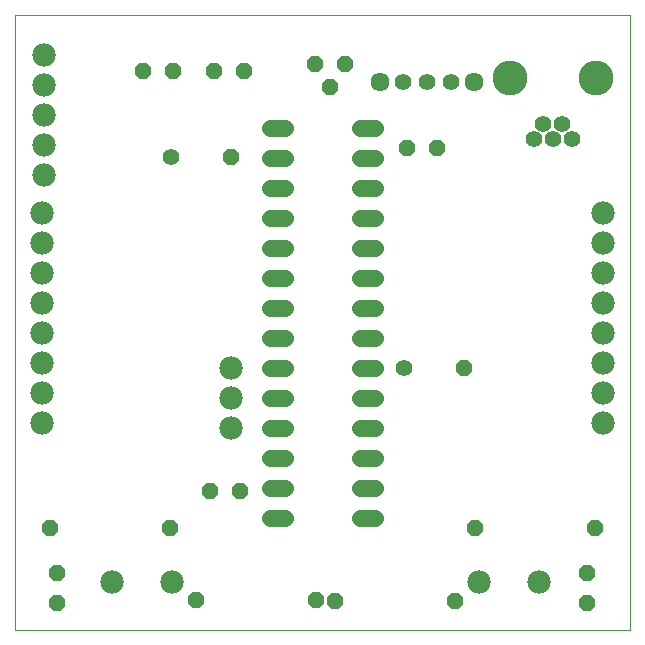
<source format=gbs>
G75*
%MOIN*%
%OFA0B0*%
%FSLAX25Y25*%
%IPPOS*%
%LPD*%
%AMOC8*
5,1,8,0,0,1.08239X$1,22.5*
%
%ADD10C,0.00000*%
%ADD11OC8,0.05600*%
%ADD12C,0.05600*%
%ADD13C,0.07800*%
%ADD14C,0.05550*%
%ADD15C,0.11620*%
%ADD16C,0.05600*%
%ADD17C,0.06337*%
D10*
X0001800Y0001800D02*
X0001800Y0206524D01*
X0206524Y0206524D01*
X0206524Y0001800D01*
X0001800Y0001800D01*
D11*
X0015737Y0010737D03*
X0015737Y0020737D03*
X0013312Y0035737D03*
X0053312Y0035737D03*
X0066839Y0048178D03*
X0076839Y0048178D03*
X0062028Y0011682D03*
X0102028Y0011682D03*
X0108328Y0011383D03*
X0148328Y0011383D03*
X0154847Y0035737D03*
X0192288Y0020737D03*
X0192288Y0010737D03*
X0194847Y0035737D03*
X0151209Y0089083D03*
X0142391Y0162351D03*
X0132391Y0162351D03*
X0106831Y0182796D03*
X0101831Y0190296D03*
X0111831Y0190296D03*
X0078146Y0187910D03*
X0068146Y0187910D03*
X0054391Y0187910D03*
X0044391Y0187910D03*
X0073611Y0159280D03*
D12*
X0053611Y0159280D03*
X0131209Y0089083D03*
D13*
X0073650Y0089123D03*
X0073650Y0079123D03*
X0073650Y0069123D03*
X0054091Y0017737D03*
X0034091Y0017737D03*
X0010737Y0070737D03*
X0010737Y0080737D03*
X0010737Y0090737D03*
X0010737Y0100737D03*
X0010737Y0110737D03*
X0010737Y0120737D03*
X0010737Y0130737D03*
X0010737Y0140737D03*
X0011194Y0153493D03*
X0011194Y0163493D03*
X0011194Y0173493D03*
X0011194Y0183493D03*
X0011194Y0193493D03*
X0156343Y0017737D03*
X0176343Y0017737D03*
X0197737Y0070737D03*
X0197737Y0080737D03*
X0197737Y0090737D03*
X0197737Y0100737D03*
X0197737Y0110737D03*
X0197737Y0120737D03*
X0197737Y0130737D03*
X0197737Y0140737D03*
D14*
X0187272Y0165501D03*
X0184123Y0170225D03*
X0180973Y0165501D03*
X0177824Y0170225D03*
X0174674Y0165501D03*
X0146926Y0184477D03*
X0139052Y0184477D03*
X0131178Y0184477D03*
D15*
X0166603Y0185580D03*
X0195343Y0185580D03*
D16*
X0121762Y0169162D02*
X0116562Y0169162D01*
X0116562Y0159162D02*
X0121762Y0159162D01*
X0121762Y0149162D02*
X0116562Y0149162D01*
X0116562Y0139162D02*
X0121762Y0139162D01*
X0121762Y0129162D02*
X0116562Y0129162D01*
X0116562Y0119162D02*
X0121762Y0119162D01*
X0121762Y0109162D02*
X0116562Y0109162D01*
X0116562Y0099162D02*
X0121762Y0099162D01*
X0121762Y0089162D02*
X0116562Y0089162D01*
X0116562Y0079162D02*
X0121762Y0079162D01*
X0121762Y0069162D02*
X0116562Y0069162D01*
X0116562Y0059162D02*
X0121762Y0059162D01*
X0121762Y0049162D02*
X0116562Y0049162D01*
X0116562Y0039162D02*
X0121762Y0039162D01*
X0091762Y0039162D02*
X0086562Y0039162D01*
X0086562Y0049162D02*
X0091762Y0049162D01*
X0091762Y0059162D02*
X0086562Y0059162D01*
X0086562Y0069162D02*
X0091762Y0069162D01*
X0091762Y0079162D02*
X0086562Y0079162D01*
X0086562Y0089162D02*
X0091762Y0089162D01*
X0091762Y0099162D02*
X0086562Y0099162D01*
X0086562Y0109162D02*
X0091762Y0109162D01*
X0091762Y0119162D02*
X0086562Y0119162D01*
X0086562Y0129162D02*
X0091762Y0129162D01*
X0091762Y0139162D02*
X0086562Y0139162D01*
X0086562Y0149162D02*
X0091762Y0149162D01*
X0091762Y0159162D02*
X0086562Y0159162D01*
X0086562Y0169162D02*
X0091762Y0169162D01*
D17*
X0123304Y0184477D03*
X0154800Y0184477D03*
M02*

</source>
